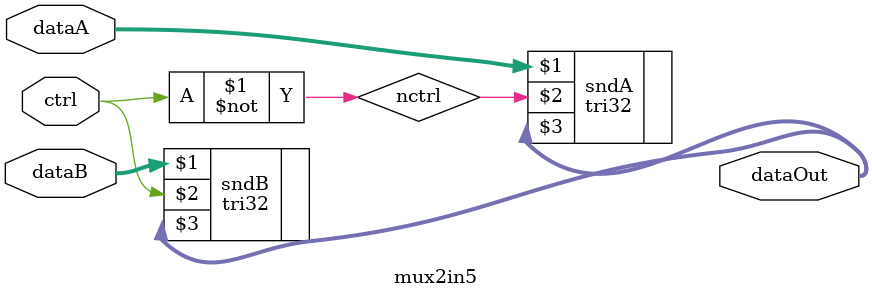
<source format=v>
module mux2in5(dataA, dataB, ctrl, dataOut);

	input[4:0] dataA, dataB;
	input ctrl;
	output[4:0] dataOut;
	
	wire nctrl;
	
	// Ctrl == 0, send dataA
	not	aCtrl(nctrl, ctrl);
	tri32	sndA(dataA, nctrl, dataOut);
	
	// Ctrl == 1, send dataB
	tri32	sndB(dataB, ctrl, dataOut);
	
endmodule

</source>
